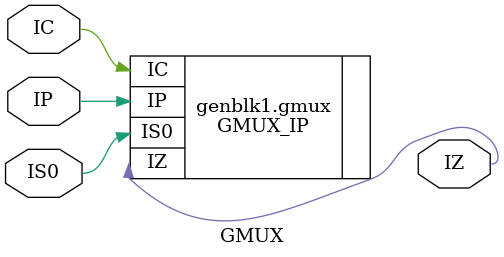
<source format=v>
`include "./gmux_ip.sim.v"
`include "./gmux_ic.sim.v"

(* MODES="IP;IC" *)
module GMUX (IP, IC, IS0, IZ);

    input  wire IP;
    input  wire IC;
    input  wire IS0;
    output wire IZ;

    parameter MODE = "IP";

    // Mode for the IP input connected
    generate if (MODE == "IP") begin

        (* FASM_PREFIX="GMUX.GMUX" *)
        GMUX_IP gmux (
            .IP  (IP),
            .IC  (IC),
            .IS0 (IS0),
            .IZ  (IZ) 
        );

    // Mode for the IP input disconnected
    end else if (MODE == "IC") begin

        (* FASM_PREFIX="GMUX.GMUX" *)
        GMUX_IC gmux (
            .IC  (IC),
            .IS0 (IS0),
            .IZ  (IZ) 
        );

    end endgenerate

endmodule

</source>
